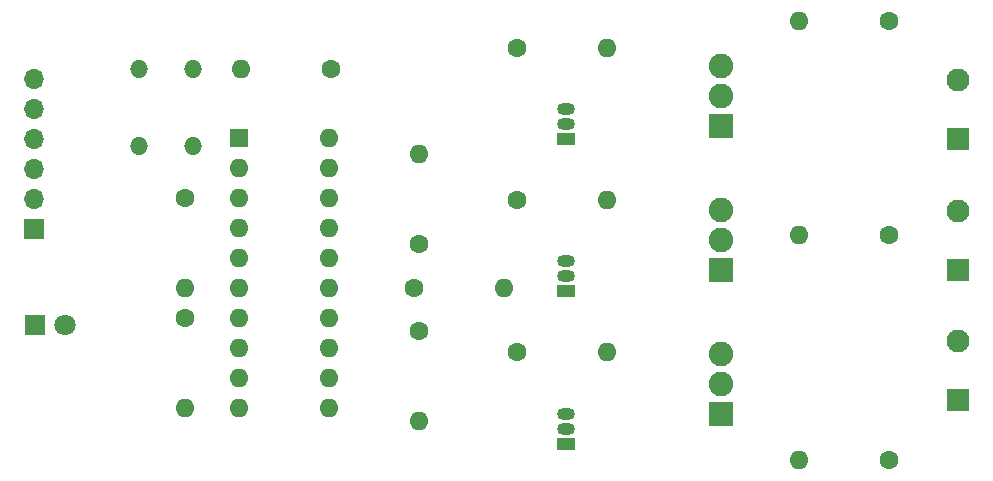
<source format=gts>
%TF.GenerationSoftware,KiCad,Pcbnew,(6.0.1)*%
%TF.CreationDate,2022-05-05T18:55:06-05:00*%
%TF.ProjectId,RGB_LightsBluetooth,5247425f-4c69-4676-9874-73426c756574,1*%
%TF.SameCoordinates,Original*%
%TF.FileFunction,Soldermask,Top*%
%TF.FilePolarity,Negative*%
%FSLAX46Y46*%
G04 Gerber Fmt 4.6, Leading zero omitted, Abs format (unit mm)*
G04 Created by KiCad (PCBNEW (6.0.1)) date 2022-05-05 18:55:06*
%MOMM*%
%LPD*%
G01*
G04 APERTURE LIST*
%ADD10C,1.600000*%
%ADD11O,1.600000X1.600000*%
%ADD12R,1.500000X1.050000*%
%ADD13O,1.500000X1.050000*%
%ADD14O,1.524000X1.524000*%
%ADD15R,1.800000X1.800000*%
%ADD16C,1.800000*%
%ADD17R,2.085000X2.085000*%
%ADD18C,2.085000*%
%ADD19R,1.950000X1.950000*%
%ADD20C,1.950000*%
%ADD21R,1.700000X1.700000*%
%ADD22O,1.700000X1.700000*%
%ADD23R,1.600000X1.600000*%
G04 APERTURE END LIST*
D10*
%TO.C,R7*%
X151384000Y-94107000D03*
D11*
X151384000Y-101727000D03*
%TD*%
D10*
%TO.C,R8*%
X151384000Y-86741000D03*
D11*
X151384000Y-79121000D03*
%TD*%
D10*
%TO.C,R12*%
X159639000Y-83007200D03*
D11*
X167259000Y-83007200D03*
%TD*%
D12*
%TO.C,Q3*%
X163809000Y-90728800D03*
D13*
X163809000Y-89458800D03*
X163809000Y-88188800D03*
%TD*%
D10*
%TO.C,R10*%
X159639000Y-95910400D03*
D11*
X167259000Y-95910400D03*
%TD*%
D10*
%TO.C,R4*%
X191135000Y-105029000D03*
D11*
X183515000Y-105029000D03*
%TD*%
D14*
%TO.C,SW1*%
X127676800Y-78435200D03*
X127676800Y-71932800D03*
X132198000Y-71932800D03*
X132198000Y-78435200D03*
%TD*%
D10*
%TO.C,R5*%
X191135000Y-67818000D03*
D11*
X183515000Y-67818000D03*
%TD*%
D10*
%TO.C,R6*%
X191135000Y-85979000D03*
D11*
X183515000Y-85979000D03*
%TD*%
D10*
%TO.C,R11*%
X159639000Y-70104000D03*
D11*
X167259000Y-70104000D03*
%TD*%
D15*
%TO.C,D1*%
X118872000Y-93599000D03*
D16*
X121412000Y-93599000D03*
%TD*%
D10*
%TO.C,R1*%
X131562000Y-92959000D03*
D11*
X131562000Y-100579000D03*
%TD*%
D17*
%TO.C,Q4*%
X176911000Y-101092000D03*
D18*
X176911000Y-98552000D03*
X176911000Y-96012000D03*
%TD*%
D19*
%TO.C,J1*%
X196977000Y-99949000D03*
D20*
X196977000Y-94949000D03*
%TD*%
D21*
%TO.C,J4*%
X118722000Y-85471000D03*
D22*
X118722000Y-82931000D03*
X118722000Y-80391000D03*
X118722000Y-77851000D03*
X118722000Y-75311000D03*
X118722000Y-72771000D03*
%TD*%
D17*
%TO.C,Q5*%
X176911000Y-76708000D03*
D18*
X176911000Y-74168000D03*
X176911000Y-71628000D03*
%TD*%
D10*
%TO.C,R2*%
X131562000Y-82799000D03*
D11*
X131562000Y-90419000D03*
%TD*%
D19*
%TO.C,J3*%
X196977000Y-88900000D03*
D20*
X196977000Y-83900000D03*
%TD*%
D12*
%TO.C,Q2*%
X163809000Y-103632000D03*
D13*
X163809000Y-102362000D03*
X163809000Y-101092000D03*
%TD*%
D12*
%TO.C,Q1*%
X163809000Y-77825600D03*
D13*
X163809000Y-76555600D03*
X163809000Y-75285600D03*
%TD*%
D19*
%TO.C,J2*%
X196977000Y-77851000D03*
D20*
X196977000Y-72851000D03*
%TD*%
D10*
%TO.C,R9*%
X150934000Y-90424000D03*
D11*
X158554000Y-90424000D03*
%TD*%
D17*
%TO.C,Q6*%
X176911000Y-88900000D03*
D18*
X176911000Y-86360000D03*
X176911000Y-83820000D03*
%TD*%
D10*
%TO.C,R3*%
X143881000Y-71928800D03*
D11*
X136261000Y-71928800D03*
%TD*%
D23*
%TO.C,U2*%
X136144000Y-77724000D03*
D11*
X136144000Y-80264000D03*
X136144000Y-82804000D03*
X136144000Y-85344000D03*
X136144000Y-87884000D03*
X136144000Y-90424000D03*
X136144000Y-92964000D03*
X136144000Y-95504000D03*
X136144000Y-98044000D03*
X136144000Y-100584000D03*
X143764000Y-100584000D03*
X143764000Y-98044000D03*
X143764000Y-95504000D03*
X143764000Y-92964000D03*
X143764000Y-90424000D03*
X143764000Y-87884000D03*
X143764000Y-85344000D03*
X143764000Y-82804000D03*
X143764000Y-80264000D03*
X143764000Y-77724000D03*
%TD*%
M02*

</source>
